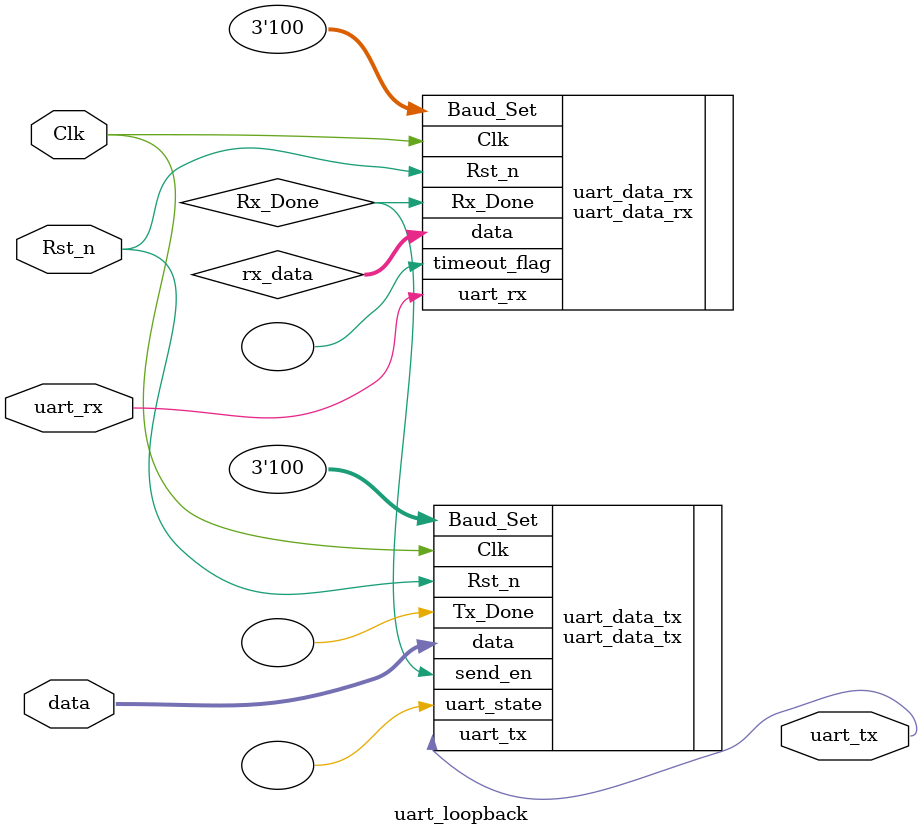
<source format=v>
module uart_loopback(
    Clk,
    Rst_n,
    uart_rx,
    data,
    uart_tx
 );
 
    parameter DATA_WIDTH = 8; //8bit once you can 32bit once like
	parameter MSB_FIRST = 0;
	
    input Clk;
    input Rst_n;
    input uart_rx;
    input [7:0] data;
    output uart_tx;
    
    wire [DATA_WIDTH-1:0]rx_data;
    wire Rx_Done;
    wire [7:0]data_byte;


    uart_data_rx 
    #(
		.DATA_WIDTH(DATA_WIDTH),
		.MSB_FIRST(MSB_FIRST)		
	)
	uart_data_rx(
        .Clk(Clk),
        .Rst_n(Rst_n),
        .uart_rx(uart_rx),
        
        .data(rx_data),
        .Rx_Done(Rx_Done),
        .timeout_flag(),
        
        .Baud_Set(3'd4)
     );

    uart_data_tx 
    #(
		.DATA_WIDTH(DATA_WIDTH),
		.MSB_FIRST(MSB_FIRST)
	)uart_data_tx(
        .Clk(Clk),
        .Rst_n(Rst_n),
      
        .data(data),
        .send_en(Rx_Done),   
        .Baud_Set(3'd4),  
        
        .uart_tx(uart_tx),  
        .Tx_Done(),   
        .uart_state()
    );
    
endmodule

</source>
